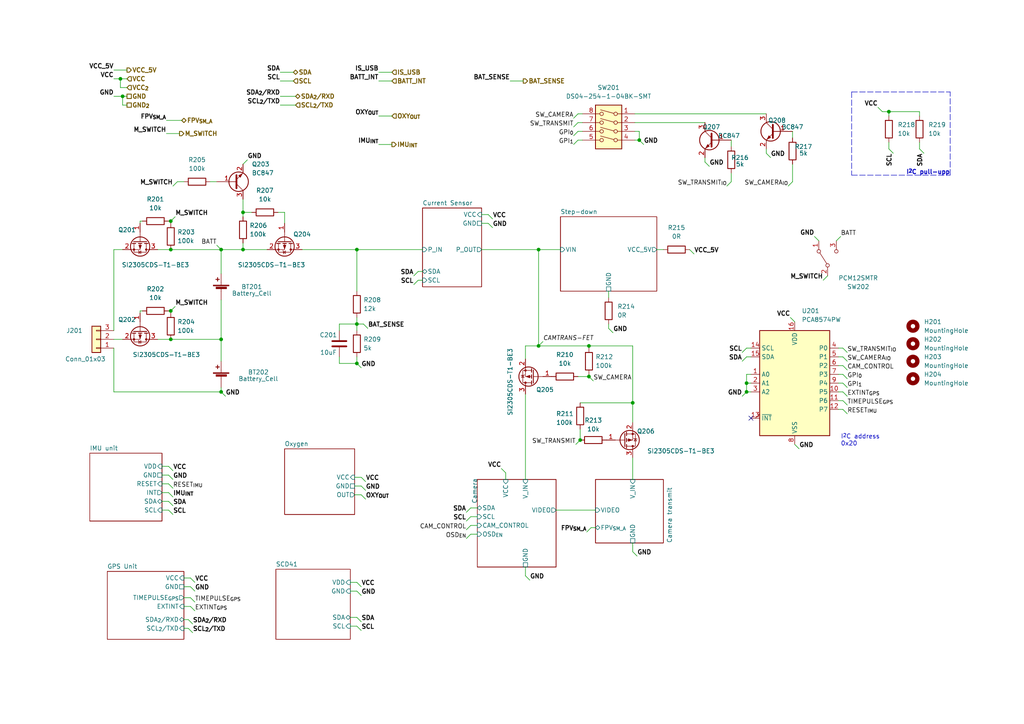
<source format=kicad_sch>
(kicad_sch (version 20211123) (generator eeschema)
  (paper "A4")
  (lib_symbols
    (symbol "1Knihovna:SI2305CDS-T1-BE3" (pin_names (offset 0) hide)
      (property "Reference" "Q205" (at 3.175 3.175 0))
      (property "Value" "SI2305CDS-T1-BE3" (at 9.525 1.27 0))
      (symbol "SI2305CDS-T1-BE3_0_1"
        (polyline (pts (xy 0.254 0) (xy -2.54 0)))
        (polyline (pts (xy 0.254 1.905) (xy 0.254 -1.905)) (stroke (width 0.254)))
        (polyline (pts (xy 0.762 -1.27) (xy 0.762 -2.286)) (stroke (width 0.254)))
        (polyline (pts (xy 0.762 0.508) (xy 0.762 -0.508)) (stroke (width 0.254)))
        (polyline (pts (xy 0.762 2.286) (xy 0.762 1.27)) (stroke (width 0.254)))
        (polyline (pts (xy 2.54 2.54) (xy 2.54 1.778)))
        (polyline (pts (xy 2.54 -2.54) (xy 2.54 0) (xy 0.762 0)))
        (polyline (pts (xy 0.762 1.778) (xy 3.302 1.778) (xy 3.302 -1.778) (xy 0.762 -1.778)))
        (polyline (pts (xy 2.286 0) (xy 1.27 0.381) (xy 1.27 -0.381) (xy 2.286 0)) (fill (type outline)))
        (polyline (pts (xy 2.794 -0.508) (xy 2.921 -0.381) (xy 3.683 -0.381) (xy 3.81 -0.254)))
        (polyline (pts (xy 3.302 -0.381) (xy 2.921 0.254) (xy 3.683 0.254) (xy 3.302 -0.381)))
        (circle (center 1.651 0) (radius 2.794) (stroke (width 0.254)))
        (circle (center 2.54 -1.778) (radius 0.254) (fill (type outline)))
        (circle (center 2.54 1.778) (radius 0.254) (fill (type outline)))
      )
      (symbol "SI2305CDS-T1-BE3_1_1"
        (pin input line (at -5.08 0 0) (length 2.54) (name "G") (number "1"))
        (pin passive line (at 2.54 -5.08 90) (length 2.54) (name "S") (number "2"))
        (pin passive line (at 2.54 5.08 270) (length 2.54) (name "D") (number "3"))
      )
    )
    (symbol "Connector_Generic:Conn_01x03" (pin_names (offset 1.016) hide)
      (property "Reference" "J" (at 0 5.08 0))
      (property "Value" "Conn_01x03" (at 0 -5.08 0))
      (symbol "Conn_01x03_1_1"
        (rectangle (start -1.27 -2.413) (end 0 -2.667) (stroke (width 0.1524)))
        (rectangle (start -1.27 0.127) (end 0 -0.127) (stroke (width 0.1524)))
        (rectangle (start -1.27 2.667) (end 0 2.413) (stroke (width 0.1524)))
        (rectangle (start -1.27 3.81) (end 1.27 -3.81) (stroke (width 0.254)) (fill (type background)))
        (pin passive line (at -5.08 2.54 0) (length 3.81) (name "Pin_1") (number "1"))
        (pin passive line (at -5.08 0 0) (length 3.81) (name "Pin_2") (number "2"))
        (pin passive line (at -5.08 -2.54 0) (length 3.81) (name "Pin_3") (number "3"))
      )
    )
    (symbol "Device:Battery_Cell" (pin_numbers hide) (pin_names (offset 0) hide)
      (property "Reference" "BT" (at 2.54 2.54 0))
      (property "Value" "Battery_Cell" (at 2.54 0 0))
      (symbol "Battery_Cell_0_1"
        (rectangle (start -2.286 1.778) (end 2.286 1.524) (fill (type outline)))
        (rectangle (start -1.5748 1.1938) (end 1.4732 0.6858) (fill (type outline)))
        (polyline (pts (xy 0 0.762) (xy 0 0)))
        (polyline (pts (xy 0 1.778) (xy 0 2.54)))
        (polyline (pts (xy 0.508 3.429) (xy 1.524 3.429)) (stroke (width 0.254)))
        (polyline (pts (xy 1.016 3.937) (xy 1.016 2.921)) (stroke (width 0.254)))
      )
      (symbol "Battery_Cell_1_1"
        (pin passive line (at 0 5.08 270) (length 2.54) (name "+") (number "1"))
        (pin passive line (at 0 -2.54 90) (length 2.54) (name "-") (number "2"))
      )
    )
    (symbol "Device:C" (pin_numbers hide) (pin_names (offset 0.254))
      (property "Reference" "C" (at 0.635 2.54 0))
      (property "Value" "C" (at 0.635 -2.54 0))
      (symbol "C_0_1"
        (polyline (pts (xy -2.032 -0.762) (xy 2.032 -0.762)) (stroke (width 0.508)))
        (polyline (pts (xy -2.032 0.762) (xy 2.032 0.762)) (stroke (width 0.508)))
      )
      (symbol "C_1_1"
        (pin passive line (at 0 3.81 270) (length 2.794) (name "~") (number "1"))
        (pin passive line (at 0 -3.81 90) (length 2.794) (name "~") (number "2"))
      )
    )
    (symbol "Device:R" (pin_numbers hide) (pin_names (offset 0))
      (property "Reference" "R" (at 2.032 0 90))
      (property "Value" "R" (at 0 0 90))
      (symbol "R_0_1"
        (rectangle (start -1.016 -2.54) (end 1.016 2.54) (stroke (width 0.254)))
      )
      (symbol "R_1_1"
        (pin passive line (at 0 3.81 270) (length 1.27) (name "~") (number "1"))
        (pin passive line (at 0 -3.81 90) (length 1.27) (name "~") (number "2"))
      )
    )
    (symbol "Interface_Expansion:PCF8574"
      (property "Reference" "U" (at -8.89 16.51 0))
      (property "Value" "PCF8574" (at 2.54 16.51 0))
      (symbol "PCF8574_0_1"
        (rectangle (start -10.16 15.24) (end 10.16 -15.24) (stroke (width 0.254)) (fill (type background)))
      )
      (symbol "PCF8574_1_1"
        (pin input line (at -12.7 2.54 0) (length 2.54) (name "A0") (number "1"))
        (pin bidirectional line (at 12.7 -2.54 180) (length 2.54) (name "P5") (number "10"))
        (pin bidirectional line (at 12.7 -5.08 180) (length 2.54) (name "P6") (number "11"))
        (pin bidirectional line (at 12.7 -7.62 180) (length 2.54) (name "P7") (number "12"))
        (pin open_collector output_low (at -12.7 -10.16 0) (length 2.54) (name "~{INT}") (number "13"))
        (pin input line (at -12.7 10.16 0) (length 2.54) (name "SCL") (number "14"))
        (pin bidirectional line (at -12.7 7.62 0) (length 2.54) (name "SDA") (number "15"))
        (pin power_in line (at 0 17.78 270) (length 2.54) (name "VDD") (number "16"))
        (pin input line (at -12.7 0 0) (length 2.54) (name "A1") (number "2"))
        (pin input line (at -12.7 -2.54 0) (length 2.54) (name "A2") (number "3"))
        (pin bidirectional line (at 12.7 10.16 180) (length 2.54) (name "P0") (number "4"))
        (pin bidirectional line (at 12.7 7.62 180) (length 2.54) (name "P1") (number "5"))
        (pin bidirectional line (at 12.7 5.08 180) (length 2.54) (name "P2") (number "6"))
        (pin bidirectional line (at 12.7 2.54 180) (length 2.54) (name "P3") (number "7"))
        (pin power_in line (at 0 -17.78 90) (length 2.54) (name "VSS") (number "8"))
        (pin bidirectional line (at 12.7 0 180) (length 2.54) (name "P4") (number "9"))
      )
    )
    (symbol "Mechanical:MountingHole" (pin_names (offset 1.016))
      (property "Reference" "H" (at 0 5.08 0))
      (property "Value" "MountingHole" (at 0 3.175 0))
      (symbol "MountingHole_0_1"
        (circle (center 0 0) (radius 1.27) (stroke (width 1.27)))
      )
    )
    (symbol "Switch:SW_DIP_x04" (pin_names (offset 0) hide)
      (property "Reference" "SW" (at 0 8.89 0))
      (property "Value" "SW_DIP_x04" (at 0 -6.35 0))
      (symbol "SW_DIP_x04_0_0"
        (circle (center -2.032 -2.54) (radius 0.508))
        (circle (center -2.032 0) (radius 0.508))
        (circle (center -2.032 2.54) (radius 0.508))
        (circle (center -2.032 5.08) (radius 0.508))
        (polyline (pts (xy -1.524 -2.3876) (xy 2.3622 -1.3462)))
        (polyline (pts (xy -1.524 0.127) (xy 2.3622 1.1684)))
        (polyline (pts (xy -1.524 2.667) (xy 2.3622 3.7084)))
        (polyline (pts (xy -1.524 5.207) (xy 2.3622 6.2484)))
        (circle (center 2.032 -2.54) (radius 0.508))
        (circle (center 2.032 0) (radius 0.508))
        (circle (center 2.032 2.54) (radius 0.508))
        (circle (center 2.032 5.08) (radius 0.508))
      )
      (symbol "SW_DIP_x04_0_1"
        (rectangle (start -3.81 7.62) (end 3.81 -5.08) (stroke (width 0.254)) (fill (type background)))
      )
      (symbol "SW_DIP_x04_1_1"
        (pin passive line (at -7.62 5.08 0) (length 5.08) (name "~") (number "1"))
        (pin passive line (at -7.62 2.54 0) (length 5.08) (name "~") (number "2"))
        (pin passive line (at -7.62 0 0) (length 5.08) (name "~") (number "3"))
        (pin passive line (at -7.62 -2.54 0) (length 5.08) (name "~") (number "4"))
        (pin passive line (at 7.62 -2.54 180) (length 5.08) (name "~") (number "5"))
        (pin passive line (at 7.62 0 180) (length 5.08) (name "~") (number "6"))
        (pin passive line (at 7.62 2.54 180) (length 5.08) (name "~") (number "7"))
        (pin passive line (at 7.62 5.08 180) (length 5.08) (name "~") (number "8"))
      )
    )
    (symbol "Switch:SW_SPDT" (pin_names (offset 0) hide)
      (property "Reference" "SW" (at 0 4.318 0))
      (property "Value" "SW_SPDT" (at 0 -5.08 0))
      (symbol "SW_SPDT_0_0"
        (circle (center -2.032 0) (radius 0.508))
        (circle (center 2.032 -2.54) (radius 0.508))
      )
      (symbol "SW_SPDT_0_1"
        (polyline (pts (xy -1.524 0.254) (xy 1.651 2.286)))
        (circle (center 2.032 2.54) (radius 0.508))
      )
      (symbol "SW_SPDT_1_1"
        (pin passive line (at 5.08 2.54 180) (length 2.54) (name "A") (number "1"))
        (pin passive line (at -5.08 0 0) (length 2.54) (name "B") (number "2"))
        (pin passive line (at 5.08 -2.54 180) (length 2.54) (name "C") (number "3"))
      )
    )
    (symbol "Transistor_BJT:BC847" (pin_names (offset 0) hide)
      (property "Reference" "Q" (at 5.08 1.905 0))
      (property "Value" "BC847" (at 5.08 0 0))
      (symbol "BC847_0_1"
        (polyline (pts (xy 0.635 0.635) (xy 2.54 2.54)))
        (polyline (pts (xy 0.635 -0.635) (xy 2.54 -2.54) (xy 2.54 -2.54)))
        (polyline (pts (xy 0.635 1.905) (xy 0.635 -1.905) (xy 0.635 -1.905)) (stroke (width 0.508)))
        (polyline (pts (xy 1.27 -1.778) (xy 1.778 -1.27) (xy 2.286 -2.286) (xy 1.27 -1.778) (xy 1.27 -1.778)) (fill (type outline)))
        (circle (center 1.27 0) (radius 2.8194) (stroke (width 0.254)))
      )
      (symbol "BC847_1_1"
        (pin input line (at -5.08 0 0) (length 5.715) (name "B") (number "1"))
        (pin passive line (at 2.54 -5.08 90) (length 2.54) (name "E") (number "2"))
        (pin passive line (at 2.54 5.08 270) (length 2.54) (name "C") (number "3"))
      )
    )
  )
  (junction (at 64.135 72.39))
  (junction (at 70.485 72.39))
  (junction (at 168.275 127.635))
  (junction (at 183.515 116.84))
  (junction (at 103.505 72.39))
  (junction (at 49.53 72.39))
  (junction (at 257.81 32.385))
  (junction (at 156.21 100.33))
  (junction (at 70.485 61.595))
  (junction (at 34.925 22.86))
  (junction (at 49.53 64.135))
  (junction (at 156.21 72.39))
  (junction (at 216.535 111.125))
  (junction (at 216.535 113.665))
  (junction (at 64.135 98.425))
  (junction (at 103.505 105.41))
  (junction (at 49.53 90.17))
  (junction (at 170.815 100.33))
  (junction (at 35.56 27.94))
  (junction (at 49.53 98.425))
  (junction (at 64.135 113.665))
  (junction (at 185.42 40.64))
  (junction (at 103.505 93.98))
  (junction (at 170.815 109.22))
  (no_connect (at 217.805 121.285))
  (wire (pts (xy 216.535 113.665) (xy 215.265 114.935)))
  (wire (pts (xy 35.56 27.94) (xy 36.83 27.94)))
  (wire (pts (xy 34.925 22.86) (xy 36.83 22.86)))
  (wire (pts (xy 184.15 35.56) (xy 204.47 35.56)))
  (wire (pts (xy 229.235 92.075) (xy 230.505 93.345)))
  (wire (pts (xy 216.535 103.505) (xy 217.805 103.505)))
  (wire (pts (xy 55.245 167.64) (xy 53.34 167.64)))
  (wire (pts (xy 101.6 179.07) (xy 103.505 179.07)))
  (wire (pts (xy 46.99 147.955) (xy 48.895 147.955)))
  (wire (pts (xy 142.875 63.5) (xy 141.605 62.23)))
  (wire (pts (xy 152.4 114.3) (xy 152.4 139.065)))
  (wire (pts (xy 103.505 72.39) (xy 122.555 72.39)))
  (wire (pts (xy 46.99 145.415) (xy 48.895 145.415)))
  (wire (pts (xy 184.15 33.02) (xy 222.25 33.02)))
  (polyline (pts (xy 275.59 50.8) (xy 275.59 26.67)))
  (wire (pts (xy 230.505 128.905) (xy 231.775 130.175)))
  (wire (pts (xy 70.485 70.485) (xy 70.485 72.39)))
  (wire (pts (xy 54.61 182.245) (xy 53.34 182.245)))
  (wire (pts (xy 33.02 22.86) (xy 34.925 22.86)))
  (wire (pts (xy 55.245 170.18) (xy 53.34 170.18)))
  (wire (pts (xy 156.21 100.33) (xy 156.21 72.39)))
  (wire (pts (xy 217.805 111.125) (xy 216.535 111.125)))
  (wire (pts (xy 244.475 113.665) (xy 245.745 114.935)))
  (wire (pts (xy 104.775 170.18) (xy 103.505 168.91)))
  (polyline (pts (xy 247.015 50.8) (xy 275.59 50.8)))
  (wire (pts (xy 136.525 147.32) (xy 135.255 148.59)))
  (wire (pts (xy 257.81 33.655) (xy 257.81 32.385)))
  (wire (pts (xy 33.02 27.94) (xy 35.56 27.94)))
  (wire (pts (xy 152.4 100.33) (xy 152.4 104.14)))
  (wire (pts (xy 152.4 164.465) (xy 152.4 167.005)))
  (wire (pts (xy 238.76 81.28) (xy 240.03 80.01)))
  (wire (pts (xy 33.02 100.965) (xy 33.02 113.665)))
  (wire (pts (xy 53.34 175.895) (xy 55.245 175.895)))
  (wire (pts (xy 185.42 40.64) (xy 186.69 41.91)))
  (wire (pts (xy 212.09 52.705) (xy 210.82 53.975)))
  (wire (pts (xy 257.81 43.18) (xy 259.08 44.45)))
  (wire (pts (xy 103.505 93.98) (xy 105.41 93.98)))
  (wire (pts (xy 48.895 64.135) (xy 49.53 64.135)))
  (wire (pts (xy 62.865 71.12) (xy 64.135 72.39)))
  (wire (pts (xy 245.745 120.015) (xy 244.475 118.745)))
  (wire (pts (xy 36.83 25.4) (xy 34.925 25.4)))
  (wire (pts (xy 82.55 61.595) (xy 82.55 64.77)))
  (wire (pts (xy 176.53 93.98) (xy 176.53 95.25)))
  (wire (pts (xy 184.15 40.64) (xy 185.42 40.64)))
  (wire (pts (xy 229.87 52.705) (xy 228.6 53.975)))
  (wire (pts (xy 81.28 23.495) (xy 85.09 23.495)))
  (wire (pts (xy 40.64 64.77) (xy 40.64 64.135)))
  (wire (pts (xy 48.895 147.955) (xy 50.165 149.225)))
  (wire (pts (xy 152.4 100.33) (xy 156.21 100.33)))
  (wire (pts (xy 152.4 167.005) (xy 153.67 168.275)))
  (wire (pts (xy 139.7 72.39) (xy 156.21 72.39)))
  (wire (pts (xy 216.535 111.125) (xy 216.535 113.665)))
  (wire (pts (xy 113.665 33.655) (xy 109.855 33.655)))
  (wire (pts (xy 190.5 72.39) (xy 192.405 72.39)))
  (wire (pts (xy 106.045 144.78) (xy 104.775 143.51)))
  (wire (pts (xy 40.64 90.17) (xy 41.275 90.17)))
  (wire (pts (xy 49.53 98.425) (xy 64.135 98.425)))
  (wire (pts (xy 87.63 72.39) (xy 103.505 72.39)))
  (wire (pts (xy 98.425 105.41) (xy 103.505 105.41)))
  (wire (pts (xy 45.72 72.39) (xy 49.53 72.39)))
  (wire (pts (xy 257.81 41.275) (xy 257.81 43.18)))
  (wire (pts (xy 48.895 145.415) (xy 50.165 146.685)))
  (wire (pts (xy 33.02 113.665) (xy 64.135 113.665)))
  (wire (pts (xy 104.775 140.97) (xy 102.87 140.97)))
  (wire (pts (xy 245.745 107.315) (xy 244.475 106.045)))
  (wire (pts (xy 45.72 98.425) (xy 49.53 98.425)))
  (wire (pts (xy 56.515 168.91) (xy 55.245 167.64)))
  (wire (pts (xy 105.41 93.98) (xy 106.68 95.25)))
  (wire (pts (xy 167.64 33.02) (xy 166.37 34.29)))
  (wire (pts (xy 40.64 90.805) (xy 40.64 90.17)))
  (wire (pts (xy 244.475 116.205) (xy 245.745 117.475)))
  (wire (pts (xy 48.895 90.17) (xy 49.53 90.17)))
  (wire (pts (xy 103.505 103.505) (xy 103.505 105.41)))
  (wire (pts (xy 138.43 152.4) (xy 136.525 152.4)))
  (wire (pts (xy 156.21 72.39) (xy 162.56 72.39)))
  (wire (pts (xy 103.505 181.61) (xy 104.775 182.88)))
  (wire (pts (xy 170.815 109.22) (xy 172.085 110.49)))
  (wire (pts (xy 48.895 142.875) (xy 46.99 142.875)))
  (wire (pts (xy 81.28 27.94) (xy 85.725 27.94)))
  (wire (pts (xy 266.7 33.655) (xy 266.7 32.385)))
  (wire (pts (xy 113.665 41.91) (xy 109.855 41.91)))
  (wire (pts (xy 85.09 20.955) (xy 81.28 20.955)))
  (wire (pts (xy 266.7 32.385) (xy 257.81 32.385)))
  (wire (pts (xy 168.275 116.84) (xy 183.515 116.84)))
  (wire (pts (xy 49.53 64.135) (xy 49.53 64.77)))
  (wire (pts (xy 244.475 111.125) (xy 243.205 111.125)))
  (wire (pts (xy 168.275 124.46) (xy 168.275 127.635)))
  (wire (pts (xy 104.775 143.51) (xy 102.87 143.51)))
  (wire (pts (xy 46.99 140.335) (xy 48.895 140.335)))
  (wire (pts (xy 98.425 103.505) (xy 98.425 105.41)))
  (wire (pts (xy 257.81 32.385) (xy 255.905 32.385)))
  (wire (pts (xy 98.425 95.885) (xy 98.425 93.98)))
  (wire (pts (xy 138.43 149.86) (xy 136.525 149.86)))
  (wire (pts (xy 103.505 171.45) (xy 101.6 171.45)))
  (wire (pts (xy 183.515 160.02) (xy 184.785 161.29)))
  (wire (pts (xy 35.56 30.48) (xy 35.56 27.94)))
  (wire (pts (xy 103.505 168.91) (xy 101.6 168.91)))
  (wire (pts (xy 183.515 132.715) (xy 183.515 139.065)))
  (wire (pts (xy 103.505 105.41) (xy 104.775 106.68)))
  (wire (pts (xy 216.535 108.585) (xy 216.535 111.125)))
  (wire (pts (xy 70.485 61.595) (xy 73.025 61.595)))
  (wire (pts (xy 161.29 147.955) (xy 172.72 147.955)))
  (wire (pts (xy 176.53 95.25) (xy 177.8 96.52)))
  (wire (pts (xy 141.605 62.23) (xy 139.7 62.23)))
  (wire (pts (xy 55.245 170.18) (xy 56.515 171.45)))
  (wire (pts (xy 33.02 72.39) (xy 33.02 95.885)))
  (wire (pts (xy 168.91 40.64) (xy 167.64 40.64)))
  (wire (pts (xy 49.53 72.39) (xy 64.135 72.39)))
  (wire (pts (xy 98.425 93.98) (xy 103.505 93.98)))
  (wire (pts (xy 222.25 44.45) (xy 222.25 43.18)))
  (wire (pts (xy 80.645 61.595) (xy 82.55 61.595)))
  (wire (pts (xy 183.515 116.84) (xy 183.515 122.555)))
  (wire (pts (xy 146.685 137.16) (xy 146.685 139.065)))
  (wire (pts (xy 141.605 64.77) (xy 139.7 64.77)))
  (wire (pts (xy 48.895 140.335) (xy 50.165 141.605)))
  (wire (pts (xy 170.815 100.965) (xy 170.815 100.33)))
  (wire (pts (xy 70.485 57.785) (xy 70.485 61.595)))
  (wire (pts (xy 55.245 173.355) (xy 53.34 173.355)))
  (wire (pts (xy 245.745 109.855) (xy 244.475 108.585)))
  (wire (pts (xy 50.165 136.525) (xy 48.895 135.255)))
  (wire (pts (xy 104.775 138.43) (xy 102.87 138.43)))
  (wire (pts (xy 141.605 64.77) (xy 142.875 66.04)))
  (wire (pts (xy 215.265 104.775) (xy 216.535 103.505)))
  (wire (pts (xy 201.295 73.66) (xy 200.025 72.39)))
  (wire (pts (xy 136.525 149.86) (xy 135.255 151.13)))
  (wire (pts (xy 81.28 30.48) (xy 85.725 30.48)))
  (wire (pts (xy 222.25 44.45) (xy 223.52 45.72)))
  (wire (pts (xy 64.135 72.39) (xy 70.485 72.39)))
  (wire (pts (xy 185.42 40.64) (xy 185.42 38.1)))
  (wire (pts (xy 167.64 38.1) (xy 168.91 38.1)))
  (wire (pts (xy 215.265 102.235) (xy 216.535 100.965)))
  (polyline (pts (xy 247.015 26.67) (xy 247.015 50.8)))
  (wire (pts (xy 229.87 47.625) (xy 229.87 52.705)))
  (wire (pts (xy 168.91 33.02) (xy 167.64 33.02)))
  (wire (pts (xy 48.895 137.795) (xy 46.99 137.795)))
  (wire (pts (xy 170.815 100.33) (xy 183.515 100.33)))
  (wire (pts (xy 167.64 109.22) (xy 170.815 109.22)))
  (wire (pts (xy 156.21 100.33) (xy 170.815 100.33)))
  (wire (pts (xy 64.135 79.375) (xy 64.135 72.39)))
  (wire (pts (xy 244.475 106.045) (xy 243.205 106.045)))
  (wire (pts (xy 48.895 135.255) (xy 46.99 135.255)))
  (wire (pts (xy 49.53 90.17) (xy 49.53 90.805)))
  (wire (pts (xy 51.435 52.705) (xy 53.34 52.705)))
  (wire (pts (xy 50.8 62.865) (xy 49.53 64.135)))
  (wire (pts (xy 204.47 46.99) (xy 204.47 45.72)))
  (wire (pts (xy 138.43 154.94) (xy 136.525 154.94)))
  (wire (pts (xy 168.91 35.56) (xy 167.64 35.56)))
  (wire (pts (xy 55.245 175.895) (xy 56.515 177.165)))
  (wire (pts (xy 64.135 113.665) (xy 65.405 114.935)))
  (wire (pts (xy 70.485 72.39) (xy 77.47 72.39)))
  (wire (pts (xy 33.02 98.425) (xy 35.56 98.425)))
  (wire (pts (xy 121.285 78.74) (xy 120.015 80.01)))
  (wire (pts (xy 176.53 86.36) (xy 176.53 84.455)))
  (wire (pts (xy 50.165 53.975) (xy 51.435 52.705)))
  (wire (pts (xy 166.37 39.37) (xy 167.64 38.1)))
  (wire (pts (xy 56.515 174.625) (xy 55.245 173.355)))
  (wire (pts (xy 48.895 137.795) (xy 50.165 139.065)))
  (wire (pts (xy 109.855 20.955) (xy 113.665 20.955)))
  (wire (pts (xy 171.45 153.035) (xy 172.72 153.035)))
  (wire (pts (xy 212.09 40.64) (xy 212.09 42.545)))
  (wire (pts (xy 237.49 69.85) (xy 236.22 68.58)))
  (wire (pts (xy 64.135 113.665) (xy 64.135 112.395)))
  (wire (pts (xy 64.135 86.995) (xy 64.135 98.425)))
  (wire (pts (xy 254.635 31.115) (xy 255.905 32.385)))
  (wire (pts (xy 229.87 38.1) (xy 229.87 40.005)))
  (wire (pts (xy 33.02 72.39) (xy 35.56 72.39)))
  (wire (pts (xy 166.37 36.83) (xy 167.64 35.56)))
  (wire (pts (xy 122.555 78.74) (xy 121.285 78.74)))
  (wire (pts (xy 266.7 41.275) (xy 266.7 43.18)))
  (wire (pts (xy 184.15 38.1) (xy 185.42 38.1)))
  (wire (pts (xy 244.475 113.665) (xy 243.205 113.665)))
  (wire (pts (xy 34.925 25.4) (xy 34.925 22.86)))
  (wire (pts (xy 48.26 34.925) (xy 52.705 34.925)))
  (wire (pts (xy 156.21 100.33) (xy 157.48 99.06)))
  (wire (pts (xy 136.525 154.94) (xy 135.255 156.21)))
  (wire (pts (xy 54.61 182.245) (xy 55.88 183.515)))
  (wire (pts (xy 103.505 92.075) (xy 103.505 93.98)))
  (wire (pts (xy 183.515 100.33) (xy 183.515 116.84)))
  (wire (pts (xy 170.18 154.305) (xy 171.45 153.035)))
  (wire (pts (xy 55.88 180.975) (xy 54.61 179.705)))
  (wire (pts (xy 245.745 104.775) (xy 244.475 103.505)))
  (wire (pts (xy 106.045 139.7) (xy 104.775 138.43)))
  (wire (pts (xy 167.64 40.64) (xy 166.37 41.91)))
  (wire (pts (xy 242.57 69.85) (xy 243.84 68.58)))
  (wire (pts (xy 104.775 140.97) (xy 106.045 142.24)))
  (wire (pts (xy 204.47 46.99) (xy 205.74 48.26)))
  (wire (pts (xy 103.505 179.07) (xy 104.775 180.34)))
  (wire (pts (xy 136.525 152.4) (xy 135.255 153.67)))
  (wire (pts (xy 40.64 64.135) (xy 41.275 64.135)))
  (wire (pts (xy 33.02 20.32) (xy 36.83 20.32)))
  (wire (pts (xy 70.485 62.865) (xy 70.485 61.595)))
  (wire (pts (xy 109.855 23.495) (xy 113.665 23.495)))
  (wire (pts (xy 48.26 38.735) (xy 52.07 38.735)))
  (wire (pts (xy 183.515 160.02) (xy 183.515 157.48)))
  (wire (pts (xy 216.535 100.965) (xy 217.805 100.965)))
  (wire (pts (xy 60.96 52.705) (xy 62.865 52.705)))
  (wire (pts (xy 266.7 43.18) (xy 267.97 44.45)))
  (wire (pts (xy 121.285 81.28) (xy 120.015 82.55)))
  (wire (pts (xy 216.535 113.665) (xy 217.805 113.665)))
  (wire (pts (xy 103.505 171.45) (xy 104.775 172.72)))
  (wire (pts (xy 145.415 135.89) (xy 146.685 137.16)))
  (wire (pts (xy 217.805 108.585) (xy 216.535 108.585)))
  (wire (pts (xy 64.135 98.425) (xy 64.135 104.775)))
  (wire (pts (xy 243.205 103.505) (xy 244.475 103.505)))
  (wire (pts (xy 36.83 30.48) (xy 35.56 30.48)))
  (wire (pts (xy 103.505 84.455) (xy 103.505 72.39)))
  (wire (pts (xy 243.205 108.585) (xy 244.475 108.585)))
  (wire (pts (xy 243.205 100.965) (xy 244.475 100.965)))
  (wire (pts (xy 138.43 147.32) (xy 136.525 147.32)))
  (wire (pts (xy 101.6 181.61) (xy 103.505 181.61)))
  (wire (pts (xy 244.475 118.745) (xy 243.205 118.745)))
  (wire (pts (xy 168.275 127.635) (xy 167.005 128.905)))
  (wire (pts (xy 212.09 50.165) (xy 212.09 52.705)))
  (wire (pts (xy 245.745 112.395) (xy 244.475 111.125)))
  (wire (pts (xy 50.8 88.9) (xy 49.53 90.17)))
  (wire (pts (xy 50.165 144.145) (xy 48.895 142.875)))
  (wire (pts (xy 103.505 93.98) (xy 103.505 95.885)))
  (wire (pts (xy 244.475 100.965) (xy 245.745 102.235)))
  (wire (pts (xy 54.61 179.705) (xy 53.34 179.705)))
  (polyline (pts (xy 247.015 26.67) (xy 275.59 26.67)))
  (wire (pts (xy 244.475 116.205) (xy 243.205 116.205)))
  (wire (pts (xy 70.485 47.625) (xy 71.755 46.355)))
  (wire (pts (xy 122.555 81.28) (xy 121.285 81.28)))
  (wire (pts (xy 170.815 108.585) (xy 170.815 109.22)))
  (wire (pts (xy 147.955 23.495) (xy 151.765 23.495)))
  (text "I^{2}C address\n0x20" (at 243.84 129.54 0) (effects (font (size 1.27 1.27)) (justify left bottom)))
  (text "I^{2}C pull-upp" (at 275.59 50.8 180) (effects (font (size 1.27 1.27) (thickness 0.254) bold) (justify right bottom)))
  (label "GND" (at 215.265 114.935 180) (effects (font bold)))
  (label "TIMEPULSE_{GPS}" (at 56.515 174.625 0))
  (label "GND" (at 104.775 106.68 0) (effects (font bold)))
  (label "GND" (at 106.045 142.24 0) (effects (font bold)))
  (label "GND" (at 223.52 45.72 0) (effects (font bold)))
  (label "GND" (at 50.165 139.065 0) (effects (font bold)))
  (label "VCC" (at 56.515 168.91 0) (effects (font (thickness 0.254) bold)))
  (label "SCL" (at 259.08 44.45 270) (effects (font bold)))
  (label "SW_CAMERA" (at 172.085 110.49 0))
  (label "SDA_{2}{slash}RXD" (at 81.28 27.94 180) (effects (font bold)))
  (label "VCC" (at 50.165 136.525 0) (effects (font (thickness 0.254) bold)))
  (label "M_SWITCH" (at 50.165 53.975 180) (effects (font (thickness 0.254) bold)))
  (label "GND" (at 153.67 168.275 0) (effects (font bold)))
  (label "GPI_{0}" (at 245.745 109.855 0))
  (label "RESET_{IMU}" (at 50.165 141.605 0))
  (label "CAM_CONTROL" (at 135.255 153.67 180))
  (label "VCC" (at 104.775 170.18 0) (effects (font (thickness 0.254) bold)))
  (label "SDA" (at 215.265 104.775 180) (effects (font bold)))
  (label "SCL_{2}{slash}TXD" (at 81.28 30.48 180) (effects (font bold)))
  (label "GND" (at 56.515 171.45 0) (effects (font bold)))
  (label "SDA_{2}{slash}RXD" (at 55.88 180.975 0) (effects (font bold)))
  (label "SCL" (at 135.255 151.13 180) (effects (font bold)))
  (label "VCC" (at 145.415 135.89 180) (effects (font (thickness 0.254) bold)))
  (label "SW_TRANSMIT_{IO}" (at 210.82 53.975 180))
  (label "SW_CAMERA_{IO}" (at 228.6 53.975 180))
  (label "CAMTRANS-FET" (at 157.48 99.06 0) (effects (font italic)))
  (label "GND" (at 71.755 46.355 0) (effects (font bold)))
  (label "SW_CAMERA_{IO}" (at 245.745 104.775 0))
  (label "GPI_{1}" (at 245.745 112.395 0))
  (label "GND" (at 65.405 114.935 0) (effects (font bold)))
  (label "GPI_{1}" (at 166.37 41.91 180))
  (label "GND" (at 33.02 27.94 180) (effects (font (thickness 0.254) bold)))
  (label "BATT" (at 62.865 71.12 180))
  (label "SDA" (at 135.255 148.59 180) (effects (font bold)))
  (label "BATT_INT" (at 109.855 23.495 180) (effects (font (thickness 0.254) bold)))
  (label "M_SWITCH" (at 50.8 62.865 0) (effects (font (thickness 0.254) bold)))
  (label "VCC_5V" (at 201.295 73.66 0) (effects (font bold)))
  (label "SCL" (at 215.265 102.235 180) (effects (font bold)))
  (label "VCC" (at 229.235 92.075 180) (effects (font (thickness 0.254) bold)))
  (label "SDA" (at 267.97 44.45 270) (effects (font bold)))
  (label "CAM_CONTROL" (at 245.745 107.315 0))
  (label "SDA" (at 50.165 146.685 0) (effects (font bold)))
  (label "TIMEPULSE_{GPS}" (at 245.745 117.475 0))
  (label "GND" (at 236.22 68.58 180) (effects (font bold)))
  (label "VCC" (at 33.02 22.86 180) (effects (font (thickness 0.254) bold)))
  (label "SW_TRANSMIT" (at 166.37 36.83 180))
  (label "EXTINT_{GPS}" (at 245.745 114.935 0))
  (label "SDA" (at 104.775 180.34 0) (effects (font bold)))
  (label "SDA" (at 120.015 80.01 180) (effects (font bold)))
  (label "SCL" (at 50.165 149.225 0) (effects (font bold)))
  (label "GND" (at 184.785 161.29 0) (effects (font bold)))
  (label "VCC" (at 254.635 31.115 180) (effects (font (thickness 0.254) bold)))
  (label "SCL" (at 81.28 23.495 180) (effects (font bold)))
  (label "GPI_{0}" (at 166.37 39.37 180))
  (label "SW_TRANSMIT" (at 167.005 128.905 180))
  (label "SW_CAMERA" (at 166.37 34.29 180))
  (label "FPV_{SM_A}" (at 170.18 154.305 180) (effects (font (thickness 0.254) bold)))
  (label "M_SWITCH" (at 238.76 81.28 180) (effects (font (thickness 0.254) bold)))
  (label "SDA" (at 81.28 20.955 180) (effects (font bold)))
  (label "EXTINT_{GPS}" (at 56.515 177.165 0))
  (label "GND" (at 231.775 130.175 0) (effects (font bold)))
  (label "GND" (at 177.8 96.52 0) (effects (font bold)))
  (label "M_SWITCH" (at 50.8 88.9 0) (effects (font (thickness 0.254) bold)))
  (label "GND" (at 186.69 41.91 0) (effects (font bold)))
  (label "FPV_{SM_A}" (at 48.26 34.925 180) (effects (font (thickness 0.254) bold)))
  (label "GND" (at 142.875 66.04 0) (effects (font bold)))
  (label "SCL" (at 104.775 182.88 0) (effects (font bold)))
  (label "VCC" (at 106.045 139.7 0) (effects (font (thickness 0.254) bold)))
  (label "SCL_{2}{slash}TXD" (at 55.88 183.515 0) (effects (font bold)))
  (label "VCC" (at 142.875 63.5 0) (effects (font (thickness 0.254) bold)))
  (label "VCC_5V" (at 33.02 20.32 180) (effects (font bold)))
  (label "IMU_{INT}" (at 109.855 41.91 180) (effects (font bold)))
  (label "RESET_{IMU}" (at 245.745 120.015 0))
  (label "SCL" (at 120.015 82.55 180) (effects (font bold)))
  (label "GND" (at 205.74 48.26 0) (effects (font bold)))
  (label "GND" (at 104.775 172.72 0) (effects (font bold)))
  (label "IS_USB" (at 109.855 20.955 180) (effects (font bold)))
  (label "BATT" (at 243.84 68.58 0))
  (label "IMU_{INT}" (at 50.165 144.145 0) (effects (font bold)))
  (label "SW_TRANSMIT_{IO}" (at 245.745 102.235 0))
  (label "M_SWITCH" (at 48.26 38.735 180) (effects (font (thickness 0.254) bold)))
  (label "OXY_{OUT}" (at 106.045 144.78 0) (effects (font bold)))
  (label "OXY_{OUT}" (at 109.855 33.655 180) (effects (font bold)))
  (label "OSD_{EN}" (at 135.255 156.21 180))
  (label "BAT_SENSE" (at 147.955 23.495 180) (effects (font bold)))
  (label "BAT_SENSE" (at 106.68 95.25 0) (effects (font bold)))
  (hierarchical_label "GND_{2}" (shape passive) (at 36.83 30.48 0) (effects (font bold)))
  (hierarchical_label "SDA_{2}{slash}RXD" (shape bidirectional) (at 85.725 27.94 0) (effects (font bold)))
  (hierarchical_label "FPV_{SM_A}" (shape bidirectional) (at 52.705 34.925 0) (effects (font (thickness 0.254) bold)))
  (hierarchical_label "VCC" (shape input) (at 36.83 22.86 0) (effects (font bold)))
  (hierarchical_label "SDA" (shape bidirectional) (at 85.09 20.955 0) (effects (font bold)))
  (hierarchical_label "SCL_{2}{slash}TXD" (shape input) (at 85.725 30.48 0) (effects (font bold)))
  (hierarchical_label "OXY_{OUT}" (shape input) (at 113.665 33.655 0) (effects (font bold)))
  (hierarchical_label "GND" (shape passive) (at 36.83 27.94 0) (effects (font bold)))
  (hierarchical_label "IMU_{INT}" (shape output) (at 113.665 41.91 0) (effects (font bold)))
  (hierarchical_label "M_SWITCH" (shape output) (at 52.07 38.735 0) (effects (font bold)))
  (hierarchical_label "VCC_5V" (shape output) (at 36.83 20.32 0) (effects (font bold)))
  (hierarchical_label "IS_USB" (shape input) (at 113.665 20.955 0) (effects (font bold)))
  (hierarchical_label "VCC_{2}" (shape input) (at 36.83 25.4 0) (effects (font bold)))
  (hierarchical_label "BATT_INT" (shape input) (at 113.665 23.495 0) (effects (font bold)))
  (hierarchical_label "SCL" (shape input) (at 85.09 23.495 0) (effects (font bold)))
  (hierarchical_label "BAT_SENSE" (shape output) (at 151.765 23.495 0) (effects (font bold)))
  (symbol (lib_id "Mechanical:MountingHole") (at 264.795 109.855 0) (unit 1) (in_bom no)
    (property "Reference" "H204" (at 267.97 108.5849 0) (effects (justify left)))
    (property "Value" "MountingHole" (at 267.97 111.1249 0) (effects (justify left)))
    (property "Footprint" "CanSat_2023:MountingHole_3.2mm_M3" (effects hide))
  )
  (symbol (lib_id "Mechanical:MountingHole") (at 264.795 94.615 0) (unit 1) (in_bom no)
    (property "Reference" "H201" (at 267.97 93.3449 0) (effects (justify left)))
    (property "Value" "MountingHole" (at 267.97 95.8849 0) (effects (justify left)))
    (property "Footprint" "CanSat_2023:MountingHole_3.2mm_M3" (effects hide))
  )
  (symbol (lib_id "1Knihovna:SI2305CDS-T1-BE3") (at 180.975 127.635 0) (mirror x) (unit 1)
    (property "Reference" "Q206" (at 187.325 125.095 0))
    (property "Value" "SI2305CDS-T1-BE3" (at 197.485 130.81 0))
    (property "Footprint" "CanSat_2023:SOT-23" (effects hide))
    (property "Datasheet" "https://cz.mouser.com/datasheet/2/427/si2305cd-1764559.pdf" (effects hide))
  )
  (symbol (lib_id "Transistor_BJT:BC847") (at 207.01 40.64 0) (mirror y) (unit 1)
    (property "Reference" "Q207" (at 208.915 36.83 0) (effects (justify left)))
    (property "Value" "BC847" (at 214.63 39.37 0) (effects (justify left)))
    (property "Footprint" "CanSat_2023:SOT-23" (effects hide))
    (property "Datasheet" "http://www.infineon.com/dgdl/Infineon-BC847SERIES_BC848SERIES_BC849SERIES_BC850SERIES-DS-v01_01-en.pdf?fileId=db3a304314dca389011541d4630a1657" (effects hide))
  )
  (symbol (lib_id "Device:R") (at 57.15 52.705 90) (mirror x) (unit 1)
    (property "Reference" "R205" (at 57.15 46.355 90))
    (property "Value" "100k" (at 57.15 48.895 90))
    (property "Footprint" "CanSat_2023:R_0805_2012Metric" (effects hide))
  )
  (symbol (lib_id "Device:Battery_Cell") (at 64.135 84.455 0) (mirror y) (unit 1)
    (property "Reference" "BT201" (at 73.025 83.185 0))
    (property "Value" "Battery_Cell" (at 73.025 85.09 0))
    (property "Footprint" "CanSat_2023:JST_PH_B2B-PH-K_1x02_P2.00mm_Vertical" (effects hide))
  )
  (symbol (lib_id "Transistor_BJT:BC847") (at 67.945 52.705 0) (mirror x) (unit 1)
    (property "Reference" "Q203" (at 73.025 47.625 0) (effects (justify left)))
    (property "Value" "BC847" (at 73.025 50.165 0) (effects (justify left)))
    (property "Footprint" "CanSat_2023:SOT-23" (effects hide))
    (property "Datasheet" "http://www.infineon.com/dgdl/Infineon-BC847SERIES_BC848SERIES_BC849SERIES_BC850SERIES-DS-v01_01-en.pdf?fileId=db3a304314dca389011541d4630a1657" (effects hide))
  )
  (symbol (lib_id "Device:R") (at 168.275 120.65 180) (unit 1)
    (property "Reference" "R211" (at 161.29 120.015 0) (effects (justify right)))
    (property "Value" "100k" (at 161.29 122.555 0) (effects (justify right)))
    (property "Footprint" "CanSat_2023:R_0805_2012Metric" (effects hide))
  )
  (symbol (lib_id "Device:R") (at 170.815 104.775 0) (unit 1)
    (property "Reference" "R212" (at 172.72 103.5049 0) (effects (justify left)))
    (property "Value" "100k" (at 172.72 106.0449 0) (effects (justify left)))
    (property "Footprint" "CanSat_2023:R_0805_2012Metric" (effects hide))
  )
  (symbol (lib_id "Device:R") (at 257.81 37.465 0) (unit 1)
    (property "Reference" "R218" (at 260.35 36.1949 0) (effects (justify left)))
    (property "Value" "10k" (at 260.35 38.7349 0) (effects (justify left)))
    (property "Footprint" "CanSat_2023:R_0805_2012Metric" (effects hide))
  )
  (symbol (lib_id "Device:R") (at 196.215 72.39 270) (unit 1)
    (property "Reference" "R215" (at 196.215 66.04 90))
    (property "Value" "0R" (at 196.215 68.58 90))
    (property "Footprint" "CanSat_2023:R_1206_3216Metric" (effects hide))
  )
  (symbol (lib_id "1Knihovna:SI2305CDS-T1-BE3") (at 82.55 69.85 270) (unit 1)
    (property "Reference" "Q204" (at 87.63 67.945 90))
    (property "Value" "SI2305CDS-T1-BE3" (at 78.74 76.835 90))
    (property "Footprint" "CanSat_2023:SOT-23" (effects hide))
    (property "Datasheet" "https://cz.mouser.com/datasheet/2/427/si2305cd-1764559.pdf" (effects hide))
  )
  (symbol (lib_id "Transistor_BJT:BC847") (at 224.79 38.1 0) (mirror y) (unit 1)
    (property "Reference" "Q208" (at 227.965 34.925 0) (effects (justify left)))
    (property "Value" "BC847" (at 233.045 36.83 0) (effects (justify left)))
    (property "Footprint" "CanSat_2023:SOT-23" (effects hide))
    (property "Datasheet" "http://www.infineon.com/dgdl/Infineon-BC847SERIES_BC848SERIES_BC849SERIES_BC850SERIES-DS-v01_01-en.pdf?fileId=db3a304314dca389011541d4630a1657" (effects hide))
  )
  (symbol (lib_id "1Knihovna:SI2305CDS-T1-BE3") (at 40.64 95.885 270) (unit 1)
    (property "Reference" "Q202" (at 36.83 92.71 90))
    (property "Value" "SI2305CDS-T1-BE3" (at 48.26 102.87 90))
    (property "Footprint" "CanSat_2023:SOT-23" (effects hide))
    (property "Datasheet" "https://cz.mouser.com/datasheet/2/427/si2305cd-1764559.pdf" (effects hide))
  )
  (symbol (lib_id "Connector_Generic:Conn_01x03") (at 27.94 98.425 180) (unit 1)
    (property "Reference" "J201" (at 21.59 95.885 0))
    (property "Value" "Conn_01x03" (at 24.765 104.14 0))
    (property "Footprint" "CanSat_2023:JST_PH_B3B-PH-SM4-TB_1x03-1MP_P2.00mm_Vertical" (effects hide))
  )
  (symbol (lib_id "Switch:SW_SPDT") (at 240.03 74.93 90) (unit 1)
    (property "Reference" "SW202" (at 248.92 83.185 90))
    (property "Value" "PCM12SMTR" (at 248.92 80.645 90))
    (property "Footprint" "CanSat_2023:PCM12SMTR" (effects hide))
  )
  (symbol (lib_id "Device:R") (at 76.835 61.595 270) (mirror x) (unit 1)
    (property "Reference" "R207" (at 76.835 55.245 90))
    (property "Value" "10k" (at 76.835 57.785 90))
    (property "Footprint" "CanSat_2023:R_0805_2012Metric" (effects hide))
  )
  (symbol (lib_id "Device:R") (at 45.085 90.17 270) (mirror x) (unit 1)
    (property "Reference" "R202" (at 45.085 83.82 90))
    (property "Value" "10k" (at 45.085 86.36 90))
    (property "Footprint" "CanSat_2023:R_0805_2012Metric" (effects hide))
  )
  (symbol (lib_id "Device:C") (at 98.425 99.695 0) (mirror y) (unit 1)
    (property "Reference" "C201" (at 95.25 97.155 0))
    (property "Value" "10uF" (at 95.25 102.235 0))
    (property "Footprint" "CanSat_2023:C_0805_2012Metric" (effects hide))
  )
  (symbol (lib_id "Device:R") (at 70.485 66.675 0) (mirror y) (unit 1)
    (property "Reference" "R206" (at 72.39 65.4049 0) (effects (justify right)))
    (property "Value" "100k" (at 72.39 67.9449 0) (effects (justify right)))
    (property "Footprint" "CanSat_2023:R_0805_2012Metric" (effects hide))
  )
  (symbol (lib_id "Device:R") (at 103.505 99.695 0) (unit 1)
    (property "Reference" "R209" (at 105.41 98.4249 0) (effects (justify left)))
    (property "Value" "5k" (at 105.41 100.9649 0) (effects (justify left)))
    (property "Footprint" "CanSat_2023:R_0805_2012Metric" (effects hide))
  )
  (symbol (lib_id "Device:R") (at 49.53 68.58 0) (mirror y) (unit 1)
    (property "Reference" "R203" (at 51.435 67.3099 0) (effects (justify right)))
    (property "Value" "100k" (at 51.435 69.8499 0) (effects (justify right)))
    (property "Footprint" "CanSat_2023:R_0805_2012Metric" (effects hide))
  )
  (symbol (lib_id "Device:R") (at 45.085 64.135 270) (mirror x) (unit 1)
    (property "Reference" "R201" (at 45.085 57.785 90))
    (property "Value" "10k" (at 45.085 60.325 90))
    (property "Footprint" "CanSat_2023:R_0805_2012Metric" (effects hide))
  )
  (symbol (lib_id "Switch:SW_DIP_x04") (at 176.53 38.1 0) (mirror y) (unit 1)
    (property "Reference" "SW201" (at 176.53 25.4 0))
    (property "Value" "DS04-254-1-04BK-SMT" (at 176.53 27.94 0))
    (property "Footprint" "CanSat_2023:SW_DIP_SPSTx04_Slide_Omron_A6S-410x_W8.9mm_P2.54mm" (effects hide))
    (property "Shop" "https://cz.mouser.com/ProductDetail/CUI-Devices/DS04-254-1-03BK-SMT?qs=wnTfsH77Xs6AM9RonXx4xg%3D%3D" (effects hide))
  )
  (symbol (lib_id "Device:R") (at 229.87 43.815 0) (unit 1)
    (property "Reference" "R217" (at 233.045 42.545 0))
    (property "Value" "5k" (at 233.045 44.45 0))
    (property "Footprint" "CanSat_2023:R_0805_2012Metric" (effects hide))
  )
  (symbol (lib_id "1Knihovna:SI2305CDS-T1-BE3") (at 154.94 109.22 180) (unit 1)
    (property "Reference" "Q205" (at 160.655 113.03 0) (effects (justify left)))
    (property "Value" "SI2305CDS-T1-BE3" (at 147.955 100.965 90) (effects (justify left)))
    (property "Footprint" "CanSat_2023:SOT-23" (effects hide))
    (property "Datasheet" "https://cz.mouser.com/datasheet/2/427/si2305cd-1764559.pdf" (effects hide))
  )
  (symbol (lib_id "Device:R") (at 172.085 127.635 90) (unit 1)
    (property "Reference" "R213" (at 172.085 121.92 90))
    (property "Value" "10k" (at 172.085 124.46 90))
    (property "Footprint" "CanSat_2023:R_0805_2012Metric" (effects hide))
  )
  (symbol (lib_id "Device:R") (at 163.83 109.22 90) (unit 1)
    (property "Reference" "R210" (at 163.83 102.87 90))
    (property "Value" "10k" (at 163.83 105.41 90))
    (property "Footprint" "CanSat_2023:R_0805_2012Metric" (effects hide))
  )
  (symbol (lib_id "Device:R") (at 49.53 94.615 0) (mirror y) (unit 1)
    (property "Reference" "R204" (at 51.435 93.3449 0) (effects (justify right)))
    (property "Value" "100k" (at 51.435 95.8849 0) (effects (justify right)))
    (property "Footprint" "CanSat_2023:R_0805_2012Metric" (effects hide))
  )
  (symbol (lib_id "Mechanical:MountingHole") (at 264.795 104.775 0) (unit 1) (in_bom no)
    (property "Reference" "H203" (at 267.97 103.5049 0) (effects (justify left)))
    (property "Value" "MountingHole" (at 267.97 106.0449 0) (effects (justify left)))
    (property "Footprint" "CanSat_2023:MountingHole_3.2mm_M3" (effects hide))
  )
  (symbol (lib_id "Device:R") (at 266.7 37.465 0) (unit 1)
    (property "Reference" "R219" (at 269.24 36.1949 0) (effects (justify left)))
    (property "Value" "10k" (at 269.24 38.7349 0) (effects (justify left)))
    (property "Footprint" "CanSat_2023:R_0805_2012Metric" (effects hide))
  )
  (symbol (lib_id "Device:R") (at 103.505 88.265 0) (unit 1)
    (property "Reference" "R208" (at 105.41 86.9949 0) (effects (justify left)))
    (property "Value" "12k" (at 105.41 89.5349 0) (effects (justify left)))
    (property "Footprint" "CanSat_2023:R_0805_2012Metric" (effects hide))
  )
  (symbol (lib_id "Device:R") (at 176.53 90.17 0) (unit 1)
    (property "Reference" "R214" (at 179.07 88.8999 0) (effects (justify left)))
    (property "Value" "0R" (at 179.07 91.4399 0) (effects (justify left)))
    (property "Footprint" "CanSat_2023:R_0805_2012Metric" (effects hide))
  )
  (symbol (lib_id "Mechanical:MountingHole") (at 264.795 99.695 0) (unit 1) (in_bom no)
    (property "Reference" "H202" (at 267.97 98.4249 0) (effects (justify left)))
    (property "Value" "MountingHole" (at 267.97 100.9649 0) (effects (justify left)))
    (property "Footprint" "CanSat_2023:MountingHole_3.2mm_M3" (effects hide))
  )
  (symbol (lib_id "Device:Battery_Cell") (at 64.135 109.855 0) (mirror y) (unit 1)
    (property "Reference" "BT202" (at 74.93 107.95 0))
    (property "Value" "Battery_Cell" (at 74.93 109.855 0))
    (property "Footprint" "CanSat_2023:JST_PH_B2B-PH-K_1x02_P2.00mm_Vertical" (effects hide))
  )
  (symbol (lib_id "Device:R") (at 212.09 46.355 0) (unit 1)
    (property "Reference" "R216" (at 214.63 45.72 0))
    (property "Value" "5k" (at 214.63 47.625 0))
    (property "Footprint" "CanSat_2023:R_0805_2012Metric" (effects hide))
  )
  (symbol (lib_id "1Knihovna:SI2305CDS-T1-BE3") (at 40.64 69.85 270) (unit 1)
    (property "Reference" "Q201" (at 36.83 66.675 90))
    (property "Value" "SI2305CDS-T1-BE3" (at 45.085 76.835 90))
    (property "Footprint" "CanSat_2023:SOT-23" (effects hide))
    (property "Datasheet" "https://cz.mouser.com/datasheet/2/427/si2305cd-1764559.pdf" (effects hide))
  )
  (symbol (lib_id "Interface_Expansion:PCF8574") (at 230.505 111.125 0) (unit 1)
    (property "Reference" "U201" (at 232.5244 90.17 0) (effects (justify left)))
    (property "Value" "PCA8574PW" (at 232.5244 92.71 0) (effects (justify left)))
    (property "Footprint" "CanSat_2023:SOP65P640X110-16N" (effects hide))
    (property "Datasheet" "http://www.nxp.com/documents/data_sheet/PCF8574_PCF8574A.pdf" (effects hide))
  )
  (sheet (at 162.56 62.865) (size 27.94 21.59) (stroke (width 0.1524))
    (property "Sheet name" "Step-down" (at 162.56 62.1534 0) (effects (justify left bottom)))
    (property "Sheet file" "Hiearchical sheets/power_5v.kicad_sch" (effects hide))
    (pin "VIN" input (at 162.56 72.39 180))
    (pin "GND" passive (at 176.53 84.455 270))
    (pin "VCC_5V" output (at 190.5 72.39 0))
  )
  (sheet (at 172.72 139.065) (size 19.685 18.415) (stroke (width 0.1524))
    (property "Sheet name" "Camera transmit" (at 194.945 157.48 90) (effects (justify left bottom)))
    (property "Sheet file" "Hiearchical sheets/camTransmit.kicad_sch" (effects hide))
    (pin "GND" passive (at 183.515 157.48 270))
    (pin "V_IN" input (at 183.515 139.065 90))
    (pin "VIDEO" input (at 172.72 147.955 180))
    (pin "FPV_{SM_A}" bidirectional (at 172.72 153.035 180))
  )
  (sheet (at 122.555 60.325) (size 17.145 22.86) (stroke (width 0.1524))
    (property "Sheet name" "Current Sensor" (at 122.555 59.6134 0) (effects (justify left bottom)))
    (property "Sheet file" "Hiearchical sheets/currentSensor.kicad_sch" (effects hide))
    (pin "SDA" bidirectional (at 122.555 78.74 180))
    (pin "SCL" input (at 122.555 81.28 180))
    (pin "P_OUT" output (at 139.7 72.39 0))
    (pin "P_IN" input (at 122.555 72.39 180))
    (pin "VCC" input (at 139.7 62.23 0))
    (pin "GND" passive (at 139.7 64.77 0))
  )
  (sheet (at 80.01 165.1) (size 21.59 20.32) (stroke (width 0.1524))
    (property "Sheet name" "SCD41" (at 80.01 164.3884 0) (effects (justify left bottom)))
    (property "Sheet file" "Hiearchical sheets/scd41.kicad_sch" (effects hide))
    (pin "VDD" input (at 101.6 168.91 0))
    (pin "GND" input (at 101.6 171.45 0))
    (pin "SDA" bidirectional (at 101.6 179.07 0))
    (pin "SCL" input (at 101.6 181.61 0))
  )
  (sheet (at 26.035 131.445) (size 20.955 19.685) (stroke (width 0.1524))
    (property "Sheet name" "IMU unit" (at 26.035 130.7334 0) (effects (justify left bottom)))
    (property "Sheet file" "Hiearchical sheets/imuUnit.kicad_sch" (effects hide))
    (pin "SDA" bidirectional (at 46.99 145.415 0))
    (pin "GND" passive (at 46.99 137.795 0))
    (pin "SCL" input (at 46.99 147.955 0))
    (pin "VDD" input (at 46.99 135.255 0))
    (pin "INT" output (at 46.99 142.875 0))
    (pin "RESET" input (at 46.99 140.335 0))
  )
  (sheet (at 31.115 165.735) (size 22.225 19.685) (stroke (width 0.1524))
    (property "Sheet name" "GPS Unit" (at 31.115 165.0234 0) (effects (justify left bottom)))
    (property "Sheet file" "Hiearchical sheets/gpsUnit.kicad_sch" (effects hide))
    (pin "GND" passive (at 53.34 170.18 0))
    (pin "EXTINT" input (at 53.34 175.895 0))
    (pin "VCC" input (at 53.34 167.64 0))
    (pin "TIMEPULSE_{GPS}" output (at 53.34 173.355 0))
    (pin "SDA_{2}{slash}RXD" bidirectional (at 53.34 179.705 0))
    (pin "SCL_{2}{slash}TXD" input (at 53.34 182.245 0))
  )
  (sheet (at 138.43 139.065) (size 22.86 25.4) (stroke (width 0.1524))
    (property "Sheet name" "Camera" (at 138.43 146.05 90) (effects (justify left bottom)))
    (property "Sheet file" "Hiearchical sheets/camera.kicad_sch" (effects hide))
    (pin "V_IN" input (at 152.4 139.065 90))
    (pin "GND" passive (at 152.4 164.465 270))
    (pin "VIDEO" output (at 161.29 147.955 0))
    (pin "CAM_CONTROL" input (at 138.43 152.4 180))
    (pin "SDA" bidirectional (at 138.43 147.32 180))
    (pin "SCL" input (at 138.43 149.86 180))
    (pin "VCC" input (at 146.685 139.065 90))
    (pin "OSD_{EN}" input (at 138.43 154.94 180))
  )
  (sheet (at 82.55 130.175) (size 20.32 19.05) (stroke (width 0.1524))
    (property "Sheet name" "Oxygen" (at 82.55 129.4634 0) (effects (justify left bottom)))
    (property "Sheet file" "Hiearchical sheets/oxygen.kicad_sch" (effects hide))
    (pin "OUT" output (at 102.87 143.51 0))
    (pin "VCC" input (at 102.87 138.43 0))
    (pin "GND" passive (at 102.87 140.97 0))
  )
)
</source>
